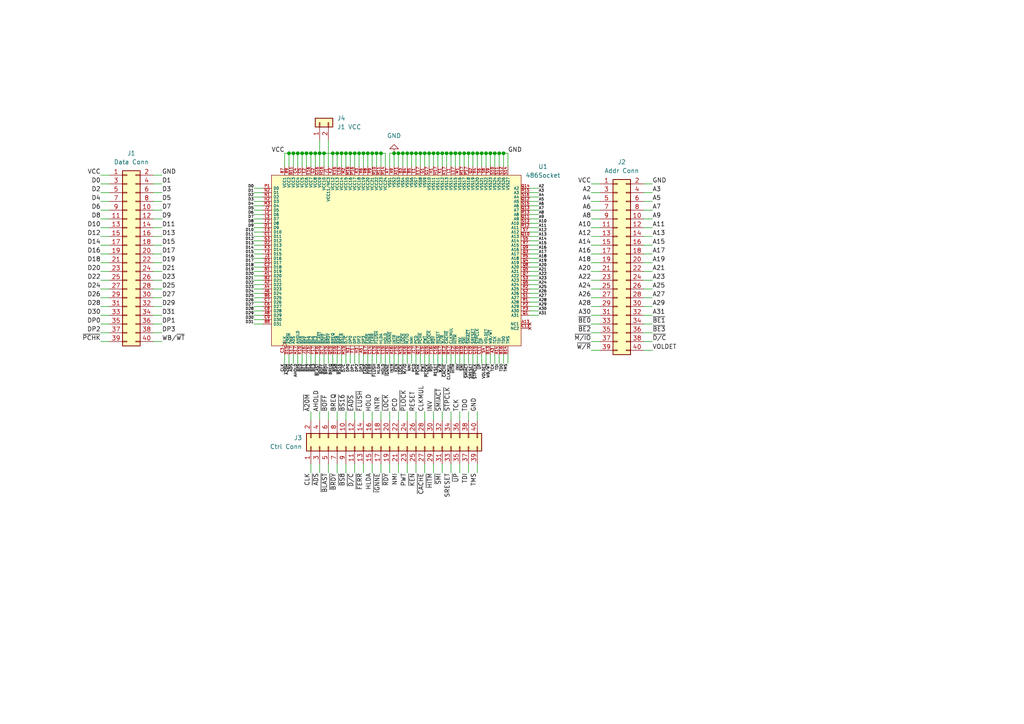
<source format=kicad_sch>
(kicad_sch (version 20230121) (generator eeschema)
  (paper "A4")
  (lib_symbols
    (symbol "486_Socket:486Socket"
      (property "Reference" "U" (at 46.99 39.37 0))
      (property "Value" "486Socket" (at 46.99 35.56 0))
      (symbol "486Socket_0_1"
        (rectangle (start 10.16 59.69) (end 82.55 10.16) (fill (type background)))
      )
      (symbol "486Socket_1_1"
        (pin bidirectional line (at 7.62 30.48 0) (length 2.54) (name "D20") (number "A1"))
        (pin input line (at 64.77 7.62 90) (length 2.54) (name "INV") (number "A10"))
        (pin power_in line (at 46.99 62.23 270) (length 2.54) (name "VSS3") (number "A11"))
        (pin output line (at 63.5 7.62 90) (length 2.54) (name "~{HITM}") (number "A12"))
        (pin no_connect line (at 85.09 16.51 180) (length 2.54) (name "NC1") (number "A13"))
        (pin input line (at 76.2 7.62 90) (length 2.54) (name "TDI") (number "A14"))
        (pin input line (at 44.45 7.62 90) (length 2.54) (name "~{IGNNE}") (number "A15"))
        (pin input line (at 45.72 7.62 90) (length 2.54) (name "INTR") (number "A16"))
        (pin input line (at 17.78 7.62 90) (length 2.54) (name "AHOLD") (number "A17"))
        (pin bidirectional line (at 7.62 27.94 0) (length 2.54) (name "D22") (number "A2"))
        (pin input line (at 74.93 7.62 90) (length 2.54) (name "TCK") (number "A3"))
        (pin bidirectional line (at 7.62 26.67 0) (length 2.54) (name "D23") (number "A4"))
        (pin bidirectional line (at 36.83 7.62 90) (length 2.54) (name "DP3") (number "A5"))
        (pin bidirectional line (at 7.62 25.4 0) (length 2.54) (name "D24") (number "A6"))
        (pin power_in line (at 44.45 62.23 270) (length 2.54) (name "VSS1") (number "A7"))
        (pin bidirectional line (at 7.62 19.05 0) (length 2.54) (name "D29") (number "A8"))
        (pin power_in line (at 45.72 62.23 270) (length 2.54) (name "VSS2") (number "A9"))
        (pin bidirectional line (at 7.62 31.75 0) (length 2.54) (name "D19") (number "B1"))
        (pin input line (at 66.04 7.62 90) (length 2.54) (name "~{SMI}") (number "B10"))
        (pin power_in line (at 16.51 62.23 270) (length 2.54) (name "VCC3") (number "B11"))
        (pin output line (at 60.96 7.62 90) (length 2.54) (name "~{CACHE}") (number "B12"))
        (pin input line (at 73.66 7.62 90) (length 2.54) (name "WB/~{WT}") (number "B13"))
        (pin input line (at 78.74 7.62 90) (length 2.54) (name "TMS") (number "B14"))
        (pin input line (at 50.8 7.62 90) (length 2.54) (name "NMI") (number "B15"))
        (pin output line (at 77.47 7.62 90) (length 2.54) (name "TDO") (number "B16"))
        (pin input line (at 38.1 7.62 90) (length 2.54) (name "~{EADS}") (number "B17"))
        (pin bidirectional line (at 7.62 29.21 0) (length 2.54) (name "D21") (number "B2"))
        (pin power_in line (at 48.26 62.23 270) (length 2.54) (name "VSS4") (number "B3"))
        (pin power_in line (at 49.53 62.23 270) (length 2.54) (name "VSS5") (number "B4"))
        (pin power_in line (at 50.8 62.23 270) (length 2.54) (name "VSS6") (number "B5"))
        (pin bidirectional line (at 7.62 24.13 0) (length 2.54) (name "D25") (number "B6"))
        (pin power_in line (at 13.97 62.23 270) (length 2.54) (name "VCC1") (number "B7"))
        (pin bidirectional line (at 7.62 16.51 0) (length 2.54) (name "D31") (number "B8"))
        (pin power_in line (at 15.24 62.23 270) (length 2.54) (name "VCC2") (number "B9"))
        (pin bidirectional line (at 7.62 41.91 0) (length 2.54) (name "D11") (number "C1"))
        (pin input line (at 68.58 7.62 90) (length 2.54) (name "SRESET") (number "C10"))
        (pin input line (at 71.12 7.62 90) (length 2.54) (name "~{UP}") (number "C11"))
        (pin output line (at 67.31 7.62 90) (length 2.54) (name "~{SMIACT}") (number "C12"))
        (pin no_connect line (at 85.09 15.24 180) (length 2.54) (name "NC2") (number "C13"))
        (pin output line (at 39.37 7.62 90) (length 2.54) (name "~{FERR}") (number "C14"))
        (pin input line (at 40.64 7.62 90) (length 2.54) (name "~{FLUSH}") (number "C15"))
        (pin input line (at 58.42 7.62 90) (length 2.54) (name "RESET") (number "C16"))
        (pin input line (at 30.48 7.62 90) (length 2.54) (name "~{BS16}") (number "C17"))
        (pin bidirectional line (at 7.62 33.02 0) (length 2.54) (name "D18") (number "C2"))
        (pin input clock (at 13.97 7.62 90) (length 2.54) (name "CLK") (number "C3"))
        (pin power_in line (at 17.78 62.23 270) (length 2.54) (name "VCC4") (number "C4"))
        (pin power_in line (at 19.05 62.23 270) (length 2.54) (name "VCC5") (number "C5"))
        (pin bidirectional line (at 7.62 21.59 0) (length 2.54) (name "D27") (number "C6"))
        (pin bidirectional line (at 7.62 22.86 0) (length 2.54) (name "D26") (number "C7"))
        (pin bidirectional line (at 7.62 20.32 0) (length 2.54) (name "D28") (number "C8"))
        (pin bidirectional line (at 7.62 17.78 0) (length 2.54) (name "D30") (number "C9"))
        (pin bidirectional line (at 7.62 44.45 0) (length 2.54) (name "D9") (number "D1"))
        (pin input line (at 15.24 7.62 90) (length 2.54) (name "~{A20M}") (number "D15"))
        (pin input line (at 29.21 7.62 90) (length 2.54) (name "~{BS8}") (number "D16"))
        (pin input line (at 25.4 7.62 90) (length 2.54) (name "~{BOFF}") (number "D17"))
        (pin bidirectional line (at 7.62 39.37 0) (length 2.54) (name "D13") (number "D2"))
        (pin bidirectional line (at 7.62 34.29 0) (length 2.54) (name "D17") (number "D3"))
        (pin power_in line (at 52.07 62.23 270) (length 2.54) (name "VSS7") (number "E1"))
        (pin input line (at 43.18 7.62 90) (length 2.54) (name "HOLD") (number "E15"))
        (pin power_in line (at 21.59 62.23 270) (length 2.54) (name "VCC7") (number "E16"))
        (pin power_in line (at 53.34 62.23 270) (length 2.54) (name "VSS8") (number "E17"))
        (pin power_in line (at 20.32 62.23 270) (length 2.54) (name "VCC6") (number "E2"))
        (pin bidirectional line (at 7.62 43.18 0) (length 2.54) (name "D10") (number "E3"))
        (pin bidirectional line (at 34.29 7.62 90) (length 2.54) (name "DP1") (number "F1"))
        (pin input line (at 46.99 7.62 90) (length 2.54) (name "~{KEN}") (number "F15"))
        (pin input line (at 57.15 7.62 90) (length 2.54) (name "~{RDY}") (number "F16"))
        (pin output line (at 22.86 7.62 90) (length 2.54) (name "~{BE3}") (number "F17"))
        (pin bidirectional line (at 7.62 45.72 0) (length 2.54) (name "D8") (number "F2"))
        (pin bidirectional line (at 7.62 36.83 0) (length 2.54) (name "D15") (number "F3"))
        (pin power_in line (at 54.61 62.23 270) (length 2.54) (name "VSS9") (number "G1"))
        (pin input line (at 69.85 7.62 90) (length 2.54) (name "~{STPCLK}") (number "G15"))
        (pin power_in line (at 24.13 62.23 270) (length 2.54) (name "VCC9") (number "G16"))
        (pin power_in line (at 55.88 62.23 270) (length 2.54) (name "VSS10") (number "G17"))
        (pin power_in line (at 22.86 62.23 270) (length 2.54) (name "VCC8") (number "G2"))
        (pin bidirectional line (at 7.62 40.64 0) (length 2.54) (name "D12") (number "G3"))
        (pin power_in line (at 57.15 62.23 270) (length 2.54) (name "VSS11") (number "H1"))
        (pin input line (at 26.67 7.62 90) (length 2.54) (name "~{BRDY}") (number "H15"))
        (pin power_in line (at 25.4 62.23 270) (length 2.54) (name "VCC10") (number "H16"))
        (pin power_in line (at 58.42 62.23 270) (length 2.54) (name "VSS11") (number "H17"))
        (pin bidirectional line (at 7.62 52.07 0) (length 2.54) (name "D3") (number "H2"))
        (pin bidirectional line (at 35.56 7.62 90) (length 2.54) (name "DP2") (number "H3"))
        (pin power_in line (at 26.67 62.23 270) (length 2.54) (name "VCC11/NC3") (number "J1"))
        (pin output line (at 21.59 7.62 90) (length 2.54) (name "~{BE2}") (number "J15"))
        (pin output line (at 20.32 7.62 90) (length 2.54) (name "~{BE1}") (number "J16"))
        (pin output line (at 52.07 7.62 90) (length 2.54) (name "PCD") (number "J17"))
        (pin bidirectional line (at 7.62 49.53 0) (length 2.54) (name "D5") (number "J2"))
        (pin bidirectional line (at 7.62 35.56 0) (length 2.54) (name "D16") (number "J3"))
        (pin power_in line (at 59.69 62.23 270) (length 2.54) (name "VSS12") (number "K1"))
        (pin output line (at 19.05 7.62 90) (length 2.54) (name "~{BE0}") (number "K15"))
        (pin power_in line (at 29.21 62.23 270) (length 2.54) (name "VCC13") (number "K16"))
        (pin power_in line (at 60.96 62.23 270) (length 2.54) (name "VSS13") (number "K17"))
        (pin power_in line (at 27.94 62.23 270) (length 2.54) (name "VCC12") (number "K2"))
        (pin bidirectional line (at 7.62 38.1 0) (length 2.54) (name "D14") (number "K3"))
        (pin power_in line (at 62.23 62.23 270) (length 2.54) (name "VSS14") (number "L1"))
        (pin output line (at 54.61 7.62 90) (length 2.54) (name "PWT") (number "L15"))
        (pin power_in line (at 30.48 62.23 270) (length 2.54) (name "VCC14") (number "L16"))
        (pin power_in line (at 63.5 62.23 270) (length 2.54) (name "VSS15") (number "L17"))
        (pin bidirectional line (at 7.62 48.26 0) (length 2.54) (name "D6") (number "L2"))
        (pin bidirectional line (at 7.62 46.99 0) (length 2.54) (name "D7") (number "L3"))
        (pin power_in line (at 64.77 62.23 270) (length 2.54) (name "VSS16") (number "M1"))
        (pin output line (at 31.75 7.62 90) (length 2.54) (name "~{D/C}") (number "M15"))
        (pin power_in line (at 33.02 62.23 270) (length 2.54) (name "VCC16") (number "M16"))
        (pin power_in line (at 66.04 62.23 270) (length 2.54) (name "VSS17") (number "M17"))
        (pin power_in line (at 31.75 62.23 270) (length 2.54) (name "VCC15") (number "M2"))
        (pin bidirectional line (at 7.62 50.8 0) (length 2.54) (name "D4") (number "M3"))
        (pin bidirectional line (at 7.62 53.34 0) (length 2.54) (name "D2") (number "N1"))
        (pin output line (at 48.26 7.62 90) (length 2.54) (name "~{LOCK}") (number "N15"))
        (pin output line (at 49.53 7.62 90) (length 2.54) (name "~{M/IO}") (number "N16"))
        (pin output line (at 59.69 7.62 90) (length 2.54) (name "~{W/R}") (number "N17"))
        (pin bidirectional line (at 7.62 54.61 0) (length 2.54) (name "D1") (number "N2"))
        (pin bidirectional line (at 33.02 7.62 90) (length 2.54) (name "DP0") (number "N3"))
        (pin bidirectional line (at 7.62 55.88 0) (length 2.54) (name "D0") (number "P1"))
        (pin output line (at 41.91 7.62 90) (length 2.54) (name "HLDA") (number "P15"))
        (pin power_in line (at 34.29 62.23 270) (length 2.54) (name "VCC17") (number "P16"))
        (pin power_in line (at 67.31 62.23 270) (length 2.54) (name "VSS18") (number "P17"))
        (pin bidirectional line (at 85.09 21.59 180) (length 2.54) (name "A29") (number "P2"))
        (pin bidirectional line (at 85.09 20.32 180) (length 2.54) (name "A30") (number "P3"))
        (pin bidirectional line (at 85.09 19.05 180) (length 2.54) (name "A31") (number "Q1"))
        (pin bidirectional line (at 85.09 41.91 180) (length 2.54) (name "A13") (number "Q10"))
        (pin bidirectional line (at 85.09 46.99 180) (length 2.54) (name "A9") (number "Q11"))
        (pin bidirectional line (at 85.09 52.07 180) (length 2.54) (name "A5") (number "Q12"))
        (pin bidirectional line (at 85.09 49.53 180) (length 2.54) (name "A7") (number "Q13"))
        (pin output line (at 85.09 55.88 180) (length 2.54) (name "A2") (number "Q14"))
        (pin output line (at 27.94 7.62 90) (length 2.54) (name "BREQ") (number "Q15"))
        (pin output line (at 55.88 7.62 90) (length 2.54) (name "~{PLOCK}") (number "Q16"))
        (pin output line (at 53.34 7.62 90) (length 2.54) (name "~{PCHK}") (number "Q17"))
        (pin power_in line (at 68.58 62.23 270) (length 2.54) (name "VSS19") (number "Q2"))
        (pin bidirectional line (at 85.09 36.83 180) (length 2.54) (name "A17") (number "Q3"))
        (pin bidirectional line (at 85.09 34.29 180) (length 2.54) (name "A19") (number "Q4"))
        (pin bidirectional line (at 85.09 31.75 180) (length 2.54) (name "A21") (number "Q5"))
        (pin bidirectional line (at 85.09 27.94 180) (length 2.54) (name "A24") (number "Q6"))
        (pin bidirectional line (at 85.09 30.48 180) (length 2.54) (name "A22") (number "Q7"))
        (pin bidirectional line (at 85.09 33.02 180) (length 2.54) (name "A20") (number "Q8"))
        (pin bidirectional line (at 85.09 38.1 180) (length 2.54) (name "A16") (number "Q9"))
        (pin bidirectional line (at 85.09 22.86 180) (length 2.54) (name "A28") (number "R1"))
        (pin power_in line (at 40.64 62.23 270) (length 2.54) (name "VCC22") (number "R10"))
        (pin power_in line (at 41.91 62.23 270) (length 2.54) (name "VCC23") (number "R11"))
        (pin bidirectional line (at 85.09 44.45 180) (length 2.54) (name "A11") (number "R12"))
        (pin bidirectional line (at 85.09 48.26 180) (length 2.54) (name "A8") (number "R13"))
        (pin power_in line (at 43.18 62.23 270) (length 2.54) (name "VCC24") (number "R14"))
        (pin output line (at 85.09 54.61 180) (length 2.54) (name "A3") (number "R15"))
        (pin output line (at 24.13 7.62 90) (length 2.54) (name "~{BLAST}") (number "R16"))
        (pin input line (at 62.23 7.62 90) (length 2.54) (name "CLKMUL") (number "R17"))
        (pin bidirectional line (at 85.09 26.67 180) (length 2.54) (name "A25") (number "R2"))
        (pin power_in line (at 35.56 62.23 270) (length 2.54) (name "VCC18") (number "R3"))
        (pin power_in line (at 69.85 62.23 270) (length 2.54) (name "VSS20") (number "R4"))
        (pin bidirectional line (at 85.09 35.56 180) (length 2.54) (name "A18") (number "R5"))
        (pin power_in line (at 36.83 62.23 270) (length 2.54) (name "VCC19") (number "R6"))
        (pin bidirectional line (at 85.09 39.37 180) (length 2.54) (name "A15") (number "R7"))
        (pin power_in line (at 38.1 62.23 270) (length 2.54) (name "VCC20") (number "R8"))
        (pin power_in line (at 39.37 62.23 270) (length 2.54) (name "VCC21") (number "R9"))
        (pin bidirectional line (at 85.09 24.13 180) (length 2.54) (name "A27") (number "S1"))
        (pin power_in line (at 74.93 62.23 270) (length 2.54) (name "VSS24") (number "S10"))
        (pin power_in line (at 76.2 62.23 270) (length 2.54) (name "VSS25") (number "S11"))
        (pin power_in line (at 77.47 62.23 270) (length 2.54) (name "VSS26") (number "S12"))
        (pin bidirectional line (at 85.09 45.72 180) (length 2.54) (name "A10") (number "S13"))
        (pin power_in line (at 78.74 62.23 270) (length 2.54) (name "VSS27") (number "S14"))
        (pin bidirectional line (at 85.09 50.8 180) (length 2.54) (name "A6") (number "S15"))
        (pin bidirectional line (at 85.09 53.34 180) (length 2.54) (name "A4") (number "S16"))
        (pin output line (at 16.51 7.62 90) (length 2.54) (name "~{ADS}") (number "S17"))
        (pin bidirectional line (at 85.09 25.4 180) (length 2.54) (name "A26") (number "S2"))
        (pin bidirectional line (at 85.09 29.21 180) (length 2.54) (name "A23") (number "S3"))
        (pin output line (at 72.39 7.62 90) (length 2.54) (name "VOLDET") (number "S4"))
        (pin bidirectional line (at 85.09 40.64 180) (length 2.54) (name "A14") (number "S5"))
        (pin power_in line (at 71.12 62.23 270) (length 2.54) (name "VSS21") (number "S6"))
        (pin bidirectional line (at 85.09 43.18 180) (length 2.54) (name "A12") (number "S7"))
        (pin power_in line (at 72.39 62.23 270) (length 2.54) (name "VSS22") (number "S8"))
        (pin power_in line (at 73.66 62.23 270) (length 2.54) (name "VSS23") (number "S9"))
      )
    )
    (symbol "Connector_Generic:Conn_01x02" (pin_names (offset 1.016) hide)
      (property "Reference" "J" (at 0 2.54 0))
      (property "Value" "Conn_01x02" (at 0 -5.08 0))
      (symbol "Conn_01x02_1_1"
        (rectangle (start -1.27 -2.413) (end 0 -2.667) (stroke (width 0.1524)))
        (rectangle (start -1.27 0.127) (end 0 -0.127) (stroke (width 0.1524)))
        (rectangle (start -1.27 1.27) (end 1.27 -3.81) (stroke (width 0.254)) (fill (type background)))
        (pin passive line (at -5.08 0 0) (length 3.81) (name "Pin_1") (number "1"))
        (pin passive line (at -5.08 -2.54 0) (length 3.81) (name "Pin_2") (number "2"))
      )
    )
    (symbol "Connector_Generic:Conn_02x20_Odd_Even" (pin_names (offset 1.016) hide)
      (property "Reference" "J" (at 1.27 25.4 0))
      (property "Value" "Conn_02x20_Odd_Even" (at 1.27 -27.94 0))
      (symbol "Conn_02x20_Odd_Even_1_1"
        (rectangle (start -1.27 -25.273) (end 0 -25.527) (stroke (width 0.1524)))
        (rectangle (start -1.27 -22.733) (end 0 -22.987) (stroke (width 0.1524)))
        (rectangle (start -1.27 -20.193) (end 0 -20.447) (stroke (width 0.1524)))
        (rectangle (start -1.27 -17.653) (end 0 -17.907) (stroke (width 0.1524)))
        (rectangle (start -1.27 -15.113) (end 0 -15.367) (stroke (width 0.1524)))
        (rectangle (start -1.27 -12.573) (end 0 -12.827) (stroke (width 0.1524)))
        (rectangle (start -1.27 -10.033) (end 0 -10.287) (stroke (width 0.1524)))
        (rectangle (start -1.27 -7.493) (end 0 -7.747) (stroke (width 0.1524)))
        (rectangle (start -1.27 -4.953) (end 0 -5.207) (stroke (width 0.1524)))
        (rectangle (start -1.27 -2.413) (end 0 -2.667) (stroke (width 0.1524)))
        (rectangle (start -1.27 0.127) (end 0 -0.127) (stroke (width 0.1524)))
        (rectangle (start -1.27 2.667) (end 0 2.413) (stroke (width 0.1524)))
        (rectangle (start -1.27 5.207) (end 0 4.953) (stroke (width 0.1524)))
        (rectangle (start -1.27 7.747) (end 0 7.493) (stroke (width 0.1524)))
        (rectangle (start -1.27 10.287) (end 0 10.033) (stroke (width 0.1524)))
        (rectangle (start -1.27 12.827) (end 0 12.573) (stroke (width 0.1524)))
        (rectangle (start -1.27 15.367) (end 0 15.113) (stroke (width 0.1524)))
        (rectangle (start -1.27 17.907) (end 0 17.653) (stroke (width 0.1524)))
        (rectangle (start -1.27 20.447) (end 0 20.193) (stroke (width 0.1524)))
        (rectangle (start -1.27 22.987) (end 0 22.733) (stroke (width 0.1524)))
        (rectangle (start -1.27 24.13) (end 3.81 -26.67) (stroke (width 0.254)) (fill (type background)))
        (rectangle (start 3.81 -25.273) (end 2.54 -25.527) (stroke (width 0.1524)))
        (rectangle (start 3.81 -22.733) (end 2.54 -22.987) (stroke (width 0.1524)))
        (rectangle (start 3.81 -20.193) (end 2.54 -20.447) (stroke (width 0.1524)))
        (rectangle (start 3.81 -17.653) (end 2.54 -17.907) (stroke (width 0.1524)))
        (rectangle (start 3.81 -15.113) (end 2.54 -15.367) (stroke (width 0.1524)))
        (rectangle (start 3.81 -12.573) (end 2.54 -12.827) (stroke (width 0.1524)))
        (rectangle (start 3.81 -10.033) (end 2.54 -10.287) (stroke (width 0.1524)))
        (rectangle (start 3.81 -7.493) (end 2.54 -7.747) (stroke (width 0.1524)))
        (rectangle (start 3.81 -4.953) (end 2.54 -5.207) (stroke (width 0.1524)))
        (rectangle (start 3.81 -2.413) (end 2.54 -2.667) (stroke (width 0.1524)))
        (rectangle (start 3.81 0.127) (end 2.54 -0.127) (stroke (width 0.1524)))
        (rectangle (start 3.81 2.667) (end 2.54 2.413) (stroke (width 0.1524)))
        (rectangle (start 3.81 5.207) (end 2.54 4.953) (stroke (width 0.1524)))
        (rectangle (start 3.81 7.747) (end 2.54 7.493) (stroke (width 0.1524)))
        (rectangle (start 3.81 10.287) (end 2.54 10.033) (stroke (width 0.1524)))
        (rectangle (start 3.81 12.827) (end 2.54 12.573) (stroke (width 0.1524)))
        (rectangle (start 3.81 15.367) (end 2.54 15.113) (stroke (width 0.1524)))
        (rectangle (start 3.81 17.907) (end 2.54 17.653) (stroke (width 0.1524)))
        (rectangle (start 3.81 20.447) (end 2.54 20.193) (stroke (width 0.1524)))
        (rectangle (start 3.81 22.987) (end 2.54 22.733) (stroke (width 0.1524)))
        (pin passive line (at -5.08 22.86 0) (length 3.81) (name "Pin_1") (number "1"))
        (pin passive line (at 7.62 12.7 180) (length 3.81) (name "Pin_10") (number "10"))
        (pin passive line (at -5.08 10.16 0) (length 3.81) (name "Pin_11") (number "11"))
        (pin passive line (at 7.62 10.16 180) (length 3.81) (name "Pin_12") (number "12"))
        (pin passive line (at -5.08 7.62 0) (length 3.81) (name "Pin_13") (number "13"))
        (pin passive line (at 7.62 7.62 180) (length 3.81) (name "Pin_14") (number "14"))
        (pin passive line (at -5.08 5.08 0) (length 3.81) (name "Pin_15") (number "15"))
        (pin passive line (at 7.62 5.08 180) (length 3.81) (name "Pin_16") (number "16"))
        (pin passive line (at -5.08 2.54 0) (length 3.81) (name "Pin_17") (number "17"))
        (pin passive line (at 7.62 2.54 180) (length 3.81) (name "Pin_18") (number "18"))
        (pin passive line (at -5.08 0 0) (length 3.81) (name "Pin_19") (number "19"))
        (pin passive line (at 7.62 22.86 180) (length 3.81) (name "Pin_2") (number "2"))
        (pin passive line (at 7.62 0 180) (length 3.81) (name "Pin_20") (number "20"))
        (pin passive line (at -5.08 -2.54 0) (length 3.81) (name "Pin_21") (number "21"))
        (pin passive line (at 7.62 -2.54 180) (length 3.81) (name "Pin_22") (number "22"))
        (pin passive line (at -5.08 -5.08 0) (length 3.81) (name "Pin_23") (number "23"))
        (pin passive line (at 7.62 -5.08 180) (length 3.81) (name "Pin_24") (number "24"))
        (pin passive line (at -5.08 -7.62 0) (length 3.81) (name "Pin_25") (number "25"))
        (pin passive line (at 7.62 -7.62 180) (length 3.81) (name "Pin_26") (number "26"))
        (pin passive line (at -5.08 -10.16 0) (length 3.81) (name "Pin_27") (number "27"))
        (pin passive line (at 7.62 -10.16 180) (length 3.81) (name "Pin_28") (number "28"))
        (pin passive line (at -5.08 -12.7 0) (length 3.81) (name "Pin_29") (number "29"))
        (pin passive line (at -5.08 20.32 0) (length 3.81) (name "Pin_3") (number "3"))
        (pin passive line (at 7.62 -12.7 180) (length 3.81) (name "Pin_30") (number "30"))
        (pin passive line (at -5.08 -15.24 0) (length 3.81) (name "Pin_31") (number "31"))
        (pin passive line (at 7.62 -15.24 180) (length 3.81) (name "Pin_32") (number "32"))
        (pin passive line (at -5.08 -17.78 0) (length 3.81) (name "Pin_33") (number "33"))
        (pin passive line (at 7.62 -17.78 180) (length 3.81) (name "Pin_34") (number "34"))
        (pin passive line (at -5.08 -20.32 0) (length 3.81) (name "Pin_35") (number "35"))
        (pin passive line (at 7.62 -20.32 180) (length 3.81) (name "Pin_36") (number "36"))
        (pin passive line (at -5.08 -22.86 0) (length 3.81) (name "Pin_37") (number "37"))
        (pin passive line (at 7.62 -22.86 180) (length 3.81) (name "Pin_38") (number "38"))
        (pin passive line (at -5.08 -25.4 0) (length 3.81) (name "Pin_39") (number "39"))
        (pin passive line (at 7.62 20.32 180) (length 3.81) (name "Pin_4") (number "4"))
        (pin passive line (at 7.62 -25.4 180) (length 3.81) (name "Pin_40") (number "40"))
        (pin passive line (at -5.08 17.78 0) (length 3.81) (name "Pin_5") (number "5"))
        (pin passive line (at 7.62 17.78 180) (length 3.81) (name "Pin_6") (number "6"))
        (pin passive line (at -5.08 15.24 0) (length 3.81) (name "Pin_7") (number "7"))
        (pin passive line (at 7.62 15.24 180) (length 3.81) (name "Pin_8") (number "8"))
        (pin passive line (at -5.08 12.7 0) (length 3.81) (name "Pin_9") (number "9"))
      )
    )
    (symbol "power:GND" (power) (pin_names (offset 0))
      (property "Value" "GND" (at 0 -3.81 0))
      (symbol "GND_0_1"
        (polyline (pts (xy 0 0) (xy 0 -1.27) (xy 1.27 -1.27) (xy 0 -2.54) (xy -1.27 -1.27) (xy 0 -1.27)))
      )
      (symbol "GND_1_1"
        (pin power_in line (at 0 0 270) (length 0) hide (name "GND") (number "1"))
      )
    )
  )
  (junction (at 139.7 44.45))
  (junction (at 125.73 44.45))
  (junction (at 102.87 44.45))
  (junction (at 100.33 44.45))
  (junction (at 124.46 44.45))
  (junction (at 90.17 44.45))
  (junction (at 106.68 44.45))
  (junction (at 127 44.45))
  (junction (at 134.62 44.45))
  (junction (at 132.08 44.45))
  (junction (at 93.98 44.45))
  (junction (at 92.71 44.45))
  (junction (at 128.27 44.45))
  (junction (at 86.36 44.45))
  (junction (at 87.63 44.45))
  (junction (at 119.38 44.45))
  (junction (at 110.49 44.45))
  (junction (at 144.78 44.45))
  (junction (at 138.43 44.45))
  (junction (at 114.3 44.45))
  (junction (at 101.6 44.45))
  (junction (at 133.35 44.45))
  (junction (at 129.54 44.45))
  (junction (at 83.82 44.45))
  (junction (at 85.09 44.45))
  (junction (at 91.44 44.45))
  (junction (at 105.41 44.45))
  (junction (at 135.89 44.45))
  (junction (at 140.97 44.45))
  (junction (at 99.06 44.45))
  (junction (at 96.52 44.45))
  (junction (at 130.81 44.45))
  (junction (at 142.24 44.45))
  (junction (at 143.51 44.45))
  (junction (at 115.57 44.45))
  (junction (at 146.05 44.45))
  (junction (at 107.95 44.45))
  (junction (at 121.92 44.45))
  (junction (at 104.14 44.45))
  (junction (at 109.22 44.45))
  (junction (at 118.11 44.45))
  (junction (at 120.65 44.45))
  (junction (at 97.79 44.45))
  (junction (at 123.19 44.45))
  (junction (at 137.16 44.45))
  (junction (at 88.9 44.45))
  (junction (at 116.84 44.45))
  (wire (pts (xy 104.14 105.41) (xy 104.14 102.87)))
  (wire (pts (xy 102.87 44.45) (xy 104.14 44.45)))
  (wire (pts (xy 73.66 57.15) (xy 76.2 57.15)))
  (wire (pts (xy 29.21 50.8) (xy 31.75 50.8)))
  (wire (pts (xy 73.66 55.88) (xy 76.2 55.88)))
  (wire (pts (xy 46.99 93.98) (xy 44.45 93.98)))
  (wire (pts (xy 96.52 105.41) (xy 96.52 102.87)))
  (wire (pts (xy 127 105.41) (xy 127 102.87)))
  (wire (pts (xy 171.45 73.66) (xy 173.99 73.66)))
  (wire (pts (xy 156.21 69.85) (xy 153.67 69.85)))
  (wire (pts (xy 189.23 83.82) (xy 186.69 83.82)))
  (wire (pts (xy 105.41 44.45) (xy 105.41 48.26)))
  (wire (pts (xy 101.6 105.41) (xy 101.6 102.87)))
  (wire (pts (xy 133.35 44.45) (xy 133.35 48.26)))
  (wire (pts (xy 73.66 72.39) (xy 76.2 72.39)))
  (wire (pts (xy 171.45 93.98) (xy 173.99 93.98)))
  (wire (pts (xy 189.23 88.9) (xy 186.69 88.9)))
  (wire (pts (xy 123.19 44.45) (xy 124.46 44.45)))
  (wire (pts (xy 189.23 55.88) (xy 186.69 55.88)))
  (wire (pts (xy 138.43 44.45) (xy 138.43 48.26)))
  (wire (pts (xy 111.76 44.45) (xy 111.76 48.26)))
  (wire (pts (xy 156.21 87.63) (xy 153.67 87.63)))
  (wire (pts (xy 102.87 137.16) (xy 102.87 134.62)))
  (wire (pts (xy 189.23 93.98) (xy 186.69 93.98)))
  (wire (pts (xy 144.78 105.41) (xy 144.78 102.87)))
  (wire (pts (xy 125.73 137.16) (xy 125.73 134.62)))
  (wire (pts (xy 118.11 105.41) (xy 118.11 102.87)))
  (wire (pts (xy 121.92 44.45) (xy 121.92 48.26)))
  (wire (pts (xy 99.06 44.45) (xy 99.06 48.26)))
  (wire (pts (xy 73.66 85.09) (xy 76.2 85.09)))
  (wire (pts (xy 120.65 105.41) (xy 120.65 102.87)))
  (wire (pts (xy 130.81 137.16) (xy 130.81 134.62)))
  (wire (pts (xy 156.21 88.9) (xy 153.67 88.9)))
  (wire (pts (xy 189.23 71.12) (xy 186.69 71.12)))
  (wire (pts (xy 156.21 72.39) (xy 153.67 72.39)))
  (wire (pts (xy 46.99 50.8) (xy 44.45 50.8)))
  (wire (pts (xy 156.21 83.82) (xy 153.67 83.82)))
  (wire (pts (xy 86.36 105.41) (xy 86.36 102.87)))
  (wire (pts (xy 73.66 77.47) (xy 76.2 77.47)))
  (wire (pts (xy 96.52 44.45) (xy 97.79 44.45)))
  (wire (pts (xy 73.66 91.44) (xy 76.2 91.44)))
  (wire (pts (xy 104.14 44.45) (xy 105.41 44.45)))
  (wire (pts (xy 116.84 44.45) (xy 116.84 48.26)))
  (wire (pts (xy 29.21 76.2) (xy 31.75 76.2)))
  (wire (pts (xy 97.79 137.16) (xy 97.79 134.62)))
  (wire (pts (xy 114.3 105.41) (xy 114.3 102.87)))
  (wire (pts (xy 118.11 44.45) (xy 119.38 44.45)))
  (wire (pts (xy 100.33 44.45) (xy 100.33 48.26)))
  (wire (pts (xy 143.51 105.41) (xy 143.51 102.87)))
  (wire (pts (xy 171.45 66.04) (xy 173.99 66.04)))
  (wire (pts (xy 139.7 105.41) (xy 139.7 102.87)))
  (wire (pts (xy 97.79 119.38) (xy 97.79 121.92)))
  (wire (pts (xy 46.99 91.44) (xy 44.45 91.44)))
  (wire (pts (xy 156.21 73.66) (xy 153.67 73.66)))
  (wire (pts (xy 135.89 137.16) (xy 135.89 134.62)))
  (wire (pts (xy 156.21 77.47) (xy 153.67 77.47)))
  (wire (pts (xy 189.23 91.44) (xy 186.69 91.44)))
  (wire (pts (xy 46.99 88.9) (xy 44.45 88.9)))
  (wire (pts (xy 110.49 119.38) (xy 110.49 121.92)))
  (wire (pts (xy 189.23 81.28) (xy 186.69 81.28)))
  (wire (pts (xy 116.84 44.45) (xy 118.11 44.45)))
  (wire (pts (xy 125.73 44.45) (xy 127 44.45)))
  (wire (pts (xy 133.35 105.41) (xy 133.35 102.87)))
  (wire (pts (xy 109.22 44.45) (xy 110.49 44.45)))
  (wire (pts (xy 86.36 44.45) (xy 87.63 44.45)))
  (wire (pts (xy 73.66 68.58) (xy 76.2 68.58)))
  (wire (pts (xy 73.66 86.36) (xy 76.2 86.36)))
  (wire (pts (xy 118.11 137.16) (xy 118.11 134.62)))
  (wire (pts (xy 91.44 105.41) (xy 91.44 102.87)))
  (wire (pts (xy 85.09 105.41) (xy 85.09 102.87)))
  (wire (pts (xy 123.19 105.41) (xy 123.19 102.87)))
  (wire (pts (xy 93.98 44.45) (xy 96.52 44.45)))
  (wire (pts (xy 83.82 44.45) (xy 83.82 48.26)))
  (wire (pts (xy 123.19 137.16) (xy 123.19 134.62)))
  (wire (pts (xy 189.23 53.34) (xy 186.69 53.34)))
  (wire (pts (xy 124.46 105.41) (xy 124.46 102.87)))
  (wire (pts (xy 171.45 81.28) (xy 173.99 81.28)))
  (wire (pts (xy 90.17 44.45) (xy 90.17 48.26)))
  (wire (pts (xy 142.24 44.45) (xy 142.24 48.26)))
  (wire (pts (xy 29.21 60.96) (xy 31.75 60.96)))
  (wire (pts (xy 156.21 85.09) (xy 153.67 85.09)))
  (wire (pts (xy 156.21 80.01) (xy 153.67 80.01)))
  (wire (pts (xy 135.89 44.45) (xy 135.89 48.26)))
  (wire (pts (xy 119.38 44.45) (xy 120.65 44.45)))
  (wire (pts (xy 135.89 105.41) (xy 135.89 102.87)))
  (wire (pts (xy 134.62 44.45) (xy 135.89 44.45)))
  (wire (pts (xy 46.99 60.96) (xy 44.45 60.96)))
  (wire (pts (xy 171.45 78.74) (xy 173.99 78.74)))
  (wire (pts (xy 124.46 44.45) (xy 125.73 44.45)))
  (wire (pts (xy 46.99 73.66) (xy 44.45 73.66)))
  (wire (pts (xy 156.21 62.23) (xy 153.67 62.23)))
  (wire (pts (xy 137.16 44.45) (xy 137.16 48.26)))
  (wire (pts (xy 107.95 119.38) (xy 107.95 121.92)))
  (wire (pts (xy 46.99 55.88) (xy 44.45 55.88)))
  (wire (pts (xy 73.66 60.96) (xy 76.2 60.96)))
  (wire (pts (xy 128.27 105.41) (xy 128.27 102.87)))
  (wire (pts (xy 189.23 99.06) (xy 186.69 99.06)))
  (wire (pts (xy 130.81 119.38) (xy 130.81 121.92)))
  (wire (pts (xy 29.21 66.04) (xy 31.75 66.04)))
  (wire (pts (xy 189.23 78.74) (xy 186.69 78.74)))
  (wire (pts (xy 123.19 119.38) (xy 123.19 121.92)))
  (wire (pts (xy 93.98 105.41) (xy 93.98 102.87)))
  (wire (pts (xy 96.52 44.45) (xy 96.52 48.26)))
  (wire (pts (xy 29.21 68.58) (xy 31.75 68.58)))
  (wire (pts (xy 146.05 44.45) (xy 146.05 48.26)))
  (wire (pts (xy 118.11 44.45) (xy 118.11 48.26)))
  (wire (pts (xy 111.76 105.41) (xy 111.76 102.87)))
  (wire (pts (xy 118.11 119.38) (xy 118.11 121.92)))
  (wire (pts (xy 156.21 64.77) (xy 153.67 64.77)))
  (wire (pts (xy 46.99 66.04) (xy 44.45 66.04)))
  (wire (pts (xy 171.45 58.42) (xy 173.99 58.42)))
  (wire (pts (xy 100.33 44.45) (xy 101.6 44.45)))
  (wire (pts (xy 92.71 40.64) (xy 92.71 44.45)))
  (wire (pts (xy 87.63 105.41) (xy 87.63 102.87)))
  (wire (pts (xy 138.43 137.16) (xy 138.43 134.62)))
  (wire (pts (xy 134.62 44.45) (xy 134.62 48.26)))
  (wire (pts (xy 125.73 44.45) (xy 125.73 48.26)))
  (wire (pts (xy 88.9 44.45) (xy 88.9 48.26)))
  (wire (pts (xy 156.21 74.93) (xy 153.67 74.93)))
  (wire (pts (xy 73.66 93.98) (xy 76.2 93.98)))
  (wire (pts (xy 73.66 78.74) (xy 76.2 78.74)))
  (wire (pts (xy 133.35 44.45) (xy 134.62 44.45)))
  (wire (pts (xy 171.45 76.2) (xy 173.99 76.2)))
  (wire (pts (xy 156.21 90.17) (xy 153.67 90.17)))
  (wire (pts (xy 46.99 63.5) (xy 44.45 63.5)))
  (wire (pts (xy 110.49 105.41) (xy 110.49 102.87)))
  (wire (pts (xy 132.08 44.45) (xy 132.08 48.26)))
  (wire (pts (xy 140.97 105.41) (xy 140.97 102.87)))
  (wire (pts (xy 130.81 105.41) (xy 130.81 102.87)))
  (wire (pts (xy 156.21 54.61) (xy 153.67 54.61)))
  (wire (pts (xy 88.9 44.45) (xy 90.17 44.45)))
  (wire (pts (xy 189.23 68.58) (xy 186.69 68.58)))
  (wire (pts (xy 90.17 137.16) (xy 90.17 134.62)))
  (wire (pts (xy 189.23 58.42) (xy 186.69 58.42)))
  (wire (pts (xy 113.03 137.16) (xy 113.03 134.62)))
  (wire (pts (xy 46.99 53.34) (xy 44.45 53.34)))
  (wire (pts (xy 171.45 60.96) (xy 173.99 60.96)))
  (wire (pts (xy 171.45 101.6) (xy 173.99 101.6)))
  (wire (pts (xy 130.81 44.45) (xy 132.08 44.45)))
  (wire (pts (xy 130.81 44.45) (xy 130.81 48.26)))
  (wire (pts (xy 102.87 44.45) (xy 102.87 48.26)))
  (wire (pts (xy 171.45 63.5) (xy 173.99 63.5)))
  (wire (pts (xy 91.44 44.45) (xy 92.71 44.45)))
  (wire (pts (xy 73.66 66.04) (xy 76.2 66.04)))
  (wire (pts (xy 147.32 44.45) (xy 147.32 48.26)))
  (wire (pts (xy 156.21 58.42) (xy 153.67 58.42)))
  (wire (pts (xy 156.21 55.88) (xy 153.67 55.88)))
  (wire (pts (xy 125.73 105.41) (xy 125.73 102.87)))
  (wire (pts (xy 110.49 44.45) (xy 111.76 44.45)))
  (wire (pts (xy 95.25 137.16) (xy 95.25 134.62)))
  (wire (pts (xy 125.73 119.38) (xy 125.73 121.92)))
  (wire (pts (xy 135.89 44.45) (xy 137.16 44.45)))
  (wire (pts (xy 189.23 63.5) (xy 186.69 63.5)))
  (wire (pts (xy 129.54 44.45) (xy 130.81 44.45)))
  (wire (pts (xy 105.41 44.45) (xy 106.68 44.45)))
  (wire (pts (xy 100.33 105.41) (xy 100.33 102.87)))
  (wire (pts (xy 133.35 137.16) (xy 133.35 134.62)))
  (wire (pts (xy 105.41 137.16) (xy 105.41 134.62)))
  (wire (pts (xy 73.66 81.28) (xy 76.2 81.28)))
  (wire (pts (xy 73.66 67.31) (xy 76.2 67.31)))
  (wire (pts (xy 171.45 55.88) (xy 173.99 55.88)))
  (wire (pts (xy 156.21 81.28) (xy 153.67 81.28)))
  (wire (pts (xy 88.9 105.41) (xy 88.9 102.87)))
  (wire (pts (xy 97.79 44.45) (xy 97.79 48.26)))
  (wire (pts (xy 171.45 53.34) (xy 173.99 53.34)))
  (wire (pts (xy 156.21 66.04) (xy 153.67 66.04)))
  (wire (pts (xy 73.66 69.85) (xy 76.2 69.85)))
  (wire (pts (xy 156.21 59.69) (xy 153.67 59.69)))
  (wire (pts (xy 90.17 119.38) (xy 90.17 121.92)))
  (wire (pts (xy 189.23 76.2) (xy 186.69 76.2)))
  (wire (pts (xy 82.55 48.26) (xy 82.55 44.45)))
  (wire (pts (xy 46.99 58.42) (xy 44.45 58.42)))
  (wire (pts (xy 119.38 44.45) (xy 119.38 48.26)))
  (wire (pts (xy 73.66 90.17) (xy 76.2 90.17)))
  (wire (pts (xy 113.03 119.38) (xy 113.03 121.92)))
  (wire (pts (xy 104.14 44.45) (xy 104.14 48.26)))
  (wire (pts (xy 133.35 119.38) (xy 133.35 121.92)))
  (wire (pts (xy 106.68 105.41) (xy 106.68 102.87)))
  (wire (pts (xy 171.45 99.06) (xy 173.99 99.06)))
  (wire (pts (xy 92.71 44.45) (xy 93.98 44.45)))
  (wire (pts (xy 128.27 44.45) (xy 129.54 44.45)))
  (wire (pts (xy 29.21 96.52) (xy 31.75 96.52)))
  (wire (pts (xy 132.08 105.41) (xy 132.08 102.87)))
  (wire (pts (xy 109.22 105.41) (xy 109.22 102.87)))
  (wire (pts (xy 123.19 44.45) (xy 123.19 48.26)))
  (wire (pts (xy 97.79 105.41) (xy 97.79 102.87)))
  (wire (pts (xy 107.95 105.41) (xy 107.95 102.87)))
  (wire (pts (xy 109.22 44.45) (xy 109.22 48.26)))
  (wire (pts (xy 110.49 44.45) (xy 110.49 48.26)))
  (wire (pts (xy 93.98 44.45) (xy 93.98 48.26)))
  (wire (pts (xy 87.63 44.45) (xy 88.9 44.45)))
  (wire (pts (xy 73.66 83.82) (xy 76.2 83.82)))
  (wire (pts (xy 143.51 44.45) (xy 143.51 48.26)))
  (wire (pts (xy 142.24 105.41) (xy 142.24 102.87)))
  (wire (pts (xy 102.87 119.38) (xy 102.87 121.92)))
  (wire (pts (xy 29.21 93.98) (xy 31.75 93.98)))
  (wire (pts (xy 115.57 137.16) (xy 115.57 134.62)))
  (wire (pts (xy 29.21 86.36) (xy 31.75 86.36)))
  (wire (pts (xy 46.99 81.28) (xy 44.45 81.28)))
  (wire (pts (xy 91.44 44.45) (xy 91.44 48.26)))
  (wire (pts (xy 86.36 44.45) (xy 86.36 48.26)))
  (wire (pts (xy 73.66 92.71) (xy 76.2 92.71)))
  (wire (pts (xy 73.66 58.42) (xy 76.2 58.42)))
  (wire (pts (xy 156.21 63.5) (xy 153.67 63.5)))
  (wire (pts (xy 146.05 44.45) (xy 147.32 44.45)))
  (wire (pts (xy 29.21 83.82) (xy 31.75 83.82)))
  (wire (pts (xy 100.33 119.38) (xy 100.33 121.92)))
  (wire (pts (xy 137.16 44.45) (xy 138.43 44.45)))
  (wire (pts (xy 87.63 44.45) (xy 87.63 48.26)))
  (wire (pts (xy 90.17 105.41) (xy 90.17 102.87)))
  (wire (pts (xy 119.38 105.41) (xy 119.38 102.87)))
  (wire (pts (xy 73.66 73.66) (xy 76.2 73.66)))
  (wire (pts (xy 29.21 99.06) (xy 31.75 99.06)))
  (wire (pts (xy 128.27 44.45) (xy 128.27 48.26)))
  (wire (pts (xy 29.21 88.9) (xy 31.75 88.9)))
  (wire (pts (xy 82.55 105.41) (xy 82.55 102.87)))
  (wire (pts (xy 189.23 96.52) (xy 186.69 96.52)))
  (wire (pts (xy 156.21 82.55) (xy 153.67 82.55)))
  (wire (pts (xy 92.71 44.45) (xy 92.71 48.26)))
  (wire (pts (xy 142.24 44.45) (xy 143.51 44.45)))
  (wire (pts (xy 135.89 119.38) (xy 135.89 121.92)))
  (wire (pts (xy 156.21 57.15) (xy 153.67 57.15)))
  (wire (pts (xy 189.23 101.6) (xy 186.69 101.6)))
  (wire (pts (xy 102.87 105.41) (xy 102.87 102.87)))
  (wire (pts (xy 171.45 96.52) (xy 173.99 96.52)))
  (wire (pts (xy 139.7 44.45) (xy 139.7 48.26)))
  (wire (pts (xy 46.99 68.58) (xy 44.45 68.58)))
  (wire (pts (xy 115.57 44.45) (xy 116.84 44.45)))
  (wire (pts (xy 146.05 105.41) (xy 146.05 102.87)))
  (wire (pts (xy 127 44.45) (xy 127 48.26)))
  (wire (pts (xy 115.57 119.38) (xy 115.57 121.92)))
  (wire (pts (xy 29.21 71.12) (xy 31.75 71.12)))
  (wire (pts (xy 171.45 71.12) (xy 173.99 71.12)))
  (wire (pts (xy 107.95 44.45) (xy 107.95 48.26)))
  (wire (pts (xy 46.99 99.06) (xy 44.45 99.06)))
  (wire (pts (xy 171.45 68.58) (xy 173.99 68.58)))
  (wire (pts (xy 107.95 44.45) (xy 109.22 44.45)))
  (wire (pts (xy 100.33 137.16) (xy 100.33 134.62)))
  (wire (pts (xy 46.99 96.52) (xy 44.45 96.52)))
  (wire (pts (xy 120.65 44.45) (xy 121.92 44.45)))
  (wire (pts (xy 73.66 80.01) (xy 76.2 80.01)))
  (wire (pts (xy 95.25 105.41) (xy 95.25 102.87)))
  (wire (pts (xy 97.79 44.45) (xy 99.06 44.45)))
  (wire (pts (xy 105.41 105.41) (xy 105.41 102.87)))
  (wire (pts (xy 156.21 91.44) (xy 153.67 91.44)))
  (wire (pts (xy 120.65 137.16) (xy 120.65 134.62)))
  (wire (pts (xy 134.62 105.41) (xy 134.62 102.87)))
  (wire (pts (xy 156.21 78.74) (xy 153.67 78.74)))
  (wire (pts (xy 101.6 44.45) (xy 102.87 44.45)))
  (wire (pts (xy 99.06 105.41) (xy 99.06 102.87)))
  (wire (pts (xy 46.99 83.82) (xy 44.45 83.82)))
  (wire (pts (xy 73.66 64.77) (xy 76.2 64.77)))
  (wire (pts (xy 46.99 86.36) (xy 44.45 86.36)))
  (wire (pts (xy 73.66 71.12) (xy 76.2 71.12)))
  (wire (pts (xy 73.66 59.69) (xy 76.2 59.69)))
  (wire (pts (xy 95.25 119.38) (xy 95.25 121.92)))
  (wire (pts (xy 132.08 44.45) (xy 133.35 44.45)))
  (wire (pts (xy 128.27 119.38) (xy 128.27 121.92)))
  (wire (pts (xy 156.21 67.31) (xy 153.67 67.31)))
  (wire (pts (xy 189.23 86.36) (xy 186.69 86.36)))
  (wire (pts (xy 171.45 83.82) (xy 173.99 83.82)))
  (wire (pts (xy 73.66 62.23) (xy 76.2 62.23)))
  (wire (pts (xy 29.21 58.42) (xy 31.75 58.42)))
  (wire (pts (xy 144.78 44.45) (xy 144.78 48.26)))
  (wire (pts (xy 171.45 91.44) (xy 173.99 91.44)))
  (wire (pts (xy 73.66 76.2) (xy 76.2 76.2)))
  (wire (pts (xy 92.71 137.16) (xy 92.71 134.62)))
  (wire (pts (xy 156.21 86.36) (xy 153.67 86.36)))
  (wire (pts (xy 105.41 119.38) (xy 105.41 121.92)))
  (wire (pts (xy 113.03 44.45) (xy 114.3 44.45)))
  (wire (pts (xy 85.09 44.45) (xy 86.36 44.45)))
  (wire (pts (xy 156.21 60.96) (xy 153.67 60.96)))
  (wire (pts (xy 73.66 88.9) (xy 76.2 88.9)))
  (wire (pts (xy 114.3 44.45) (xy 115.57 44.45)))
  (wire (pts (xy 73.66 54.61) (xy 76.2 54.61)))
  (wire (pts (xy 144.78 44.45) (xy 146.05 44.45)))
  (wire (pts (xy 29.21 78.74) (xy 31.75 78.74)))
  (wire (pts (xy 29.21 73.66) (xy 31.75 73.66)))
  (wire (pts (xy 189.23 73.66) (xy 186.69 73.66)))
  (wire (pts (xy 29.21 81.28) (xy 31.75 81.28)))
  (wire (pts (xy 99.06 44.45) (xy 100.33 44.45)))
  (wire (pts (xy 120.65 44.45) (xy 120.65 48.26)))
  (wire (pts (xy 127 44.45) (xy 128.27 44.45)))
  (wire (pts (xy 189.23 60.96) (xy 186.69 60.96)))
  (wire (pts (xy 121.92 105.41) (xy 121.92 102.87)))
  (wire (pts (xy 156.21 76.2) (xy 153.67 76.2)))
  (wire (pts (xy 129.54 44.45) (xy 129.54 48.26)))
  (wire (pts (xy 156.21 71.12) (xy 153.67 71.12)))
  (wire (pts (xy 106.68 44.45) (xy 107.95 44.45)))
  (wire (pts (xy 83.82 44.45) (xy 85.09 44.45)))
  (wire (pts (xy 107.95 137.16) (xy 107.95 134.62)))
  (wire (pts (xy 140.97 44.45) (xy 142.24 44.45)))
  (wire (pts (xy 46.99 78.74) (xy 44.45 78.74)))
  (wire (pts (xy 95.25 40.64) (xy 95.25 48.26)))
  (wire (pts (xy 120.65 119.38) (xy 120.65 121.92)))
  (wire (pts (xy 189.23 66.04) (xy 186.69 66.04)))
  (wire (pts (xy 171.45 88.9) (xy 173.99 88.9)))
  (wire (pts (xy 116.84 105.41) (xy 116.84 102.87)))
  (wire (pts (xy 90.17 44.45) (xy 91.44 44.45)))
  (wire (pts (xy 113.03 105.41) (xy 113.03 102.87)))
  (wire (pts (xy 140.97 44.45) (xy 140.97 48.26)))
  (wire (pts (xy 73.66 74.93) (xy 76.2 74.93)))
  (wire (pts (xy 128.27 137.16) (xy 128.27 134.62)))
  (wire (pts (xy 171.45 86.36) (xy 173.99 86.36)))
  (wire (pts (xy 73.66 63.5) (xy 76.2 63.5)))
  (wire (pts (xy 29.21 91.44) (xy 31.75 91.44)))
  (wire (pts (xy 73.66 82.55) (xy 76.2 82.55)))
  (wire (pts (xy 83.82 105.41) (xy 83.82 102.87)))
  (wire (pts (xy 85.09 44.45) (xy 85.09 48.26)))
  (wire (pts (xy 29.21 55.88) (xy 31.75 55.88)))
  (wire (pts (xy 92.71 119.38) (xy 92.71 121.92)))
  (wire (pts (xy 139.7 44.45) (xy 140.97 44.45)))
  (wire (pts (xy 115.57 105.41) (xy 115.57 102.87)))
  (wire (pts (xy 147.32 105.41) (xy 147.32 102.87)))
  (wire (pts (xy 137.16 105.41) (xy 137.16 102.87)))
  (wire (pts (xy 114.3 44.45) (xy 114.3 48.26)))
  (wire (pts (xy 143.51 44.45) (xy 144.78 44.45)))
  (wire (pts (xy 138.43 119.38) (xy 138.43 121.92)))
  (wire (pts (xy 101.6 44.45) (xy 101.6 48.26)))
  (wire (pts (xy 110.49 137.16) (xy 110.49 134.62)))
  (wire (pts (xy 73.66 87.63) (xy 76.2 87.63)))
  (wire (pts (xy 115.57 44.45) (xy 115.57 48.26)))
  (wire (pts (xy 29.21 63.5) (xy 31.75 63.5)))
  (wire (pts (xy 138.43 105.41) (xy 138.43 102.87)))
  (wire (pts (xy 46.99 71.12) (xy 44.45 71.12)))
  (wire (pts (xy 129.54 105.41) (xy 129.54 102.87)))
  (wire (pts (xy 113.03 48.26) (xy 113.03 44.45)))
  (wire (pts (xy 138.43 44.45) (xy 139.7 44.45)))
  (wire (pts (xy 92.71 105.41) (xy 92.71 102.87)))
  (wire (pts (xy 124.46 44.45) (xy 124.46 48.26)))
  (wire (pts (xy 156.21 68.58) (xy 153.67 68.58)))
  (wire (pts (xy 82.55 44.45) (xy 83.82 44.45)))
  (wire (pts (xy 46.99 76.2) (xy 44.45 76.2)))
  (wire (pts (xy 106.68 44.45) (xy 106.68 48.26)))
  (wire (pts (xy 29.21 53.34) (xy 31.75 53.34)))
  (wire (pts (xy 121.92 44.45) (xy 123.19 44.45)))
  (label "D19" (at 73.66 78.74 180) (effects (font (size 0.8 0.8))))
  (label "HOLD" (at 111.76 105.41 270) (effects (font (size 0.8 0.8))))
  (label "A31" (at 156.21 91.44 0) (effects (font (size 0.8 0.8))))
  (label "DP2" (at 104.14 105.41 270) (effects (font (size 0.8 0.8))))
  (label "DP1" (at 102.87 105.41 270) (effects (font (size 0.8 0.8))))
  (label "A26" (at 156.21 85.09 0) (effects (font (size 0.8 0.8))))
  (label "D30" (at 29.21 91.44 180))
  (label "D6" (at 73.66 62.23 180) (effects (font (size 0.8 0.8))))
  (label "A4" (at 156.21 57.15 0) (effects (font (size 0.8 0.8))))
  (label "D14" (at 29.21 71.12 180))
  (label "~{BE1}" (at 88.9 105.41 270) (effects (font (size 0.8 0.8))))
  (label "A13" (at 189.23 68.58 0))
  (label "WB{slash}~{WT}" (at 46.99 99.06 0))
  (label "A28" (at 171.45 88.9 180))
  (label "D31" (at 46.99 91.44 0))
  (label "NMI" (at 119.38 105.41 270) (effects (font (size 0.8 0.8))))
  (label "A5" (at 156.21 58.42 0) (effects (font (size 0.8 0.8))))
  (label "D19" (at 46.99 76.2 0))
  (label "VOLDET" (at 140.97 105.41 270) (effects (font (size 0.8 0.8))))
  (label "DP3" (at 46.99 96.52 0))
  (label "~{BLAST}" (at 92.71 105.41 270) (effects (font (size 0.8 0.8))))
  (label "A9" (at 189.23 63.5 0))
  (label "D8" (at 29.21 63.5 180))
  (label "D20" (at 73.66 80.01 180) (effects (font (size 0.8 0.8))))
  (label "D14" (at 73.66 72.39 180) (effects (font (size 0.8 0.8))))
  (label "TDO" (at 135.89 119.38 90))
  (label "D1" (at 46.99 53.34 0))
  (label "PWT" (at 118.11 137.16 270))
  (label "A7" (at 189.23 60.96 0))
  (label "D5" (at 73.66 60.96 180) (effects (font (size 0.8 0.8))))
  (label "D0" (at 73.66 54.61 180) (effects (font (size 0.8 0.8))))
  (label "~{SMIACT}" (at 135.89 105.41 270) (effects (font (size 0.8 0.8))))
  (label "A21" (at 156.21 78.74 0) (effects (font (size 0.8 0.8))))
  (label "D6" (at 29.21 60.96 180))
  (label "~{IGNNE}" (at 113.03 105.41 270) (effects (font (size 0.8 0.8))))
  (label "A11" (at 189.23 66.04 0))
  (label "~{W{slash}R}" (at 128.27 105.41 270) (effects (font (size 0.8 0.8))))
  (label "PWT" (at 123.19 105.41 270) (effects (font (size 0.8 0.8))))
  (label "D11" (at 73.66 68.58 180) (effects (font (size 0.8 0.8))))
  (label "~{BE0}" (at 171.45 93.98 180))
  (label "A29" (at 156.21 88.9 0) (effects (font (size 0.8 0.8))))
  (label "A16" (at 171.45 73.66 180))
  (label "~{A20M}" (at 83.82 105.41 270) (effects (font (size 0.8 0.8))))
  (label "A31" (at 189.23 91.44 0))
  (label "D1" (at 73.66 55.88 180) (effects (font (size 0.8 0.8))))
  (label "CLKMUL" (at 130.81 105.41 270) (effects (font (size 0.8 0.8))))
  (label "D20" (at 29.21 78.74 180))
  (label "~{FLUSH}" (at 109.22 105.41 270) (effects (font (size 0.8 0.8))))
  (label "A5" (at 189.23 58.42 0))
  (label "~{CACHE}" (at 129.54 105.41 270) (effects (font (size 0.8 0.8))))
  (label "D30" (at 73.66 92.71 180) (effects (font (size 0.8 0.8))))
  (label "~{KEN}" (at 120.65 137.16 270))
  (label "~{BS16}" (at 100.33 119.38 90))
  (label "D3" (at 46.99 55.88 0))
  (label "D18" (at 73.66 77.47 180) (effects (font (size 0.8 0.8))))
  (label "GND" (at 138.43 119.38 90))
  (label "D11" (at 46.99 66.04 0))
  (label "A3" (at 156.21 55.88 0) (effects (font (size 0.8 0.8))))
  (label "~{D{slash}C}" (at 102.87 137.16 270))
  (label "~{RDY}" (at 113.03 137.16 270))
  (label "~{BE3}" (at 189.23 96.52 0))
  (label "D23" (at 73.66 83.82 180) (effects (font (size 0.8 0.8))))
  (label "GND" (at 147.32 44.45 0))
  (label "BREQ" (at 97.79 119.38 90))
  (label "D18" (at 29.21 76.2 180))
  (label "A21" (at 189.23 78.74 0))
  (label "~{PCHK}" (at 121.92 105.41 270) (effects (font (size 0.8 0.8))))
  (label "INV" (at 125.73 119.38 90))
  (label "A29" (at 189.23 88.9 0))
  (label "A4" (at 171.45 58.42 180))
  (label "A2" (at 156.21 54.61 0) (effects (font (size 0.8 0.8))))
  (label "A20" (at 156.21 77.47 0) (effects (font (size 0.8 0.8))))
  (label "A19" (at 189.23 76.2 0))
  (label "~{BE1}" (at 189.23 93.98 0))
  (label "A22" (at 156.21 80.01 0) (effects (font (size 0.8 0.8))))
  (label "A9" (at 156.21 63.5 0) (effects (font (size 0.8 0.8))))
  (label "RESET" (at 120.65 119.38 90))
  (label "CLKMUL" (at 123.19 119.38 90))
  (label "~{M{slash}IO}" (at 118.11 105.41 270) (effects (font (size 0.8 0.8))))
  (label "~{STPCLK}" (at 130.81 119.38 90))
  (label "DP3" (at 105.41 105.41 270) (effects (font (size 0.8 0.8))))
  (label "~{UP}" (at 133.35 137.16 270))
  (label "~{LOCK}" (at 116.84 105.41 270) (effects (font (size 0.8 0.8))))
  (label "~{FLUSH}" (at 105.41 119.38 90))
  (label "D17" (at 46.99 73.66 0))
  (label "D10" (at 29.21 66.04 180))
  (label "~{D{slash}C}" (at 100.33 105.41 270) (effects (font (size 0.8 0.8))))
  (label "SRESET" (at 130.81 137.16 270))
  (label "A23" (at 189.23 81.28 0))
  (label "~{BE3}" (at 91.44 105.41 270) (effects (font (size 0.8 0.8))))
  (label "~{IGNNE}" (at 110.49 137.16 270))
  (label "GND" (at 189.23 53.34 0))
  (label "~{RDY}" (at 125.73 105.41 270) (effects (font (size 0.8 0.8))))
  (label "A6" (at 156.21 59.69 0) (effects (font (size 0.8 0.8))))
  (label "A18" (at 171.45 76.2 180))
  (label "~{BS16}" (at 99.06 105.41 270) (effects (font (size 0.8 0.8))))
  (label "D23" (at 46.99 81.28 0))
  (label "~{PLOCK}" (at 124.46 105.41 270) (effects (font (size 0.8 0.8))))
  (label "A13" (at 156.21 68.58 0) (effects (font (size 0.8 0.8))))
  (label "D2" (at 29.21 55.88 180))
  (label "~{ADS}" (at 92.71 137.16 270))
  (label "AHOLD" (at 86.36 105.41 270) (effects (font (size 0.8 0.8))))
  (label "A10" (at 171.45 66.04 180))
  (label "A25" (at 189.23 83.82 0))
  (label "~{STPCLK}" (at 138.43 105.41 270) (effects (font (size 0.8 0.8))))
  (label "VCC" (at 171.45 53.34 180))
  (label "D10" (at 73.66 67.31 180) (effects (font (size 0.8 0.8))))
  (label "D0" (at 29.21 53.34 180))
  (label "D17" (at 73.66 76.2 180) (effects (font (size 0.8 0.8))))
  (label "D21" (at 73.66 81.28 180) (effects (font (size 0.8 0.8))))
  (label "A17" (at 189.23 73.66 0))
  (label "TCK" (at 133.35 119.38 90))
  (label "D16" (at 73.66 74.93 180) (effects (font (size 0.8 0.8))))
  (label "~{PCHK}" (at 29.21 99.06 180))
  (label "A24" (at 171.45 83.82 180))
  (label "D3" (at 73.66 58.42 180) (effects (font (size 0.8 0.8))))
  (label "A17" (at 156.21 73.66 0) (effects (font (size 0.8 0.8))))
  (label "D28" (at 73.66 90.17 180) (effects (font (size 0.8 0.8))))
  (label "DP2" (at 29.21 96.52 180))
  (label "A12" (at 156.21 67.31 0) (effects (font (size 0.8 0.8))))
  (label "~{BRDY}" (at 95.25 105.41 270) (effects (font (size 0.8 0.8))))
  (label "WB{slash}~{WT}" (at 142.24 105.41 270) (effects (font (size 0.8 0.8))))
  (label "~{HITM}" (at 125.73 137.16 270))
  (label "GND" (at 46.99 50.8 0))
  (label "TDI" (at 135.89 137.16 270))
  (label "~{SMI}" (at 128.27 137.16 270))
  (label "~{HITM}" (at 132.08 105.41 270) (effects (font (size 0.8 0.8))))
  (label "TMS" (at 138.43 137.16 270))
  (label "D12" (at 73.66 69.85 180) (effects (font (size 0.8 0.8))))
  (label "D13" (at 73.66 71.12 180) (effects (font (size 0.8 0.8))))
  (label "BREQ" (at 96.52 105.41 270) (effects (font (size 0.8 0.8))))
  (label "A25" (at 156.21 83.82 0) (effects (font (size 0.8 0.8))))
  (label "~{M{slash}IO}" (at 171.45 99.06 180))
  (label "A22" (at 171.45 81.28 180))
  (label "~{SMIACT}" (at 128.27 119.38 90))
  (label "~{BOFF}" (at 95.25 119.38 90))
  (label "D28" (at 29.21 88.9 180))
  (label "D16" (at 29.21 73.66 180))
  (label "INTR" (at 110.49 119.38 90))
  (label "DP0" (at 101.6 105.41 270) (effects (font (size 0.8 0.8))))
  (label "~{W{slash}R}" (at 171.45 101.6 180))
  (label "TMS" (at 147.32 105.41 270) (effects (font (size 0.8 0.8))))
  (label "D22" (at 73.66 82.55 180) (effects (font (size 0.8 0.8))))
  (label "RESET" (at 127 105.41 270) (effects (font (size 0.8 0.8))))
  (label "A14" (at 171.45 71.12 180))
  (label "A2" (at 171.45 55.88 180))
  (label "CLK" (at 90.17 137.16 270))
  (label "D24" (at 29.21 83.82 180))
  (label "D27" (at 46.99 86.36 0))
  (label "HLDA" (at 110.49 105.41 270) (effects (font (size 0.8 0.8))))
  (label "~{BS8}" (at 97.79 105.41 270) (effects (font (size 0.8 0.8))))
  (label "~{UP}" (at 139.7 105.41 270) (effects (font (size 0.8 0.8))))
  (label "D22" (at 29.21 81.28 180))
  (label "A15" (at 189.23 71.12 0))
  (label "A28" (at 156.21 87.63 0) (effects (font (size 0.8 0.8))))
  (label "VOLDET" (at 189.23 101.6 0))
  (label "SRESET" (at 137.16 105.41 270) (effects (font (size 0.8 0.8))))
  (label "D27" (at 73.66 88.9 180) (effects (font (size 0.8 0.8))))
  (label "DP1" (at 46.99 93.98 0))
  (label "D21" (at 46.99 78.74 0))
  (label "A7" (at 156.21 60.96 0) (effects (font (size 0.8 0.8))))
  (label "~{LOCK}" (at 113.03 119.38 90))
  (label "~{BE2}" (at 90.17 105.41 270) (effects (font (size 0.8 0.8))))
  (label "D7" (at 73.66 63.5 180) (effects (font (size 0.8 0.8))))
  (label "A23" (at 156.21 81.28 0) (effects (font (size 0.8 0.8))))
  (label "A19" (at 156.21 76.2 0) (effects (font (size 0.8 0.8))))
  (label "D13" (at 46.99 68.58 0))
  (label "A30" (at 171.45 91.44 180))
  (label "~{A20M}" (at 90.17 119.38 90))
  (label "~{PLOCK}" (at 118.11 119.38 90))
  (label "A12" (at 171.45 68.58 180))
  (label "~{BE2}" (at 171.45 96.52 180))
  (label "A8" (at 156.21 62.23 0) (effects (font (size 0.8 0.8))))
  (label "~{FERR}" (at 105.41 137.16 270))
  (label "PCD" (at 115.57 119.38 90))
  (label "D2" (at 73.66 57.15 180) (effects (font (size 0.8 0.8))))
  (label "A8" (at 171.45 63.5 180))
  (label "HLDA" (at 107.95 137.16 270))
  (label "NMI" (at 115.57 137.16 270))
  (label "A16" (at 156.21 72.39 0) (effects (font (size 0.8 0.8))))
  (label "D4" (at 29.21 58.42 180))
  (label "D24" (at 73.66 85.09 180) (effects (font (size 0.8 0.8))))
  (label "HOLD" (at 107.95 119.38 90))
  (label "A14" (at 156.21 69.85 0) (effects (font (size 0.8 0.8))))
  (label "A27" (at 189.23 86.36 0))
  (label "~{FERR}" (at 107.95 105.41 270) (effects (font (size 0.8 0.8))))
  (label "D12" (at 29.21 68.58 180))
  (label "A30" (at 156.21 90.17 0) (effects (font (size 0.8 0.8))))
  (label "A27" (at 156.21 86.36 0) (effects (font (size 0.8 0.8))))
  (label "CLK" (at 82.55 105.41 270) (effects (font (size 0.8 0.8))))
  (label "A26" (at 171.45 86.36 180))
  (label "D26" (at 73.66 87.63 180) (effects (font (size 0.8 0.8))))
  (label "A20" (at 171.45 78.74 180))
  (label "D29" (at 73.66 91.44 180) (effects (font (size 0.8 0.8))))
  (label "D9" (at 46.99 63.5 0))
  (label "~{BLAST}" (at 95.25 137.16 270))
  (label "D29" (at 46.99 88.9 0))
  (label "D8" (at 73.66 64.77 180) (effects (font (size 0.8 0.8))))
  (label "~{EADS}" (at 106.68 105.41 270) (effects (font (size 0.8 0.8))))
  (label "D25" (at 73.66 86.36 180) (effects (font (size 0.8 0.8))))
  (label "DP0" (at 29.21 93.98 180))
  (label "D9" (at 73.66 66.04 180) (effects (font (size 0.8 0.8))))
  (label "A15" (at 156.21 71.12 0) (effects (font (size 0.8 0.8))))
  (label "TDO" (at 146.05 105.41 270) (effects (font (size 0.8 0.8))))
  (label "TDI" (at 144.78 105.41 270) (effects (font (size 0.8 0.8))))
  (label "INV" (at 133.35 105.41 270) (effects (font (size 0.8 0.8))))
  (label "D4" (at 73.66 59.69 180) (effects (font (size 0.8 0.8))))
  (label "~{BS8}" (at 100.33 137.16 270))
  (label "A11" (at 156.21 66.04 0) (effects (font (size 0.8 0.8))))
  (label "A24" (at 156.21 82.55 0) (effects (font (size 0.8 0.8))))
  (label "~{BRDY}" (at 97.79 137.16 270))
  (label "~{EADS}" (at 102.87 119.38 90))
  (label "~{ADS}" (at 85.09 105.41 270) (effects (font (size 0.8 0.8))))
  (label "D7" (at 46.99 60.96 0))
  (label "D26" (at 29.21 86.36 180))
  (label "AHOLD" (at 92.71 119.38 90))
  (label "D15" (at 73.66 73.66 180) (effects (font (size 0.8 0.8))))
  (label "A10" (at 156.21 64.77 0) (effects (font (size 0.8 0.8))))
  (label "~{SMI}" (at 134.62 105.41 270) (effects (font (size 0.8 0.8))))
  (label "~{BOFF}" (at 93.98 105.41 270) (effects (font (size 0.8 0.8))))
  (label "~{CACHE}" (at 123.19 137.16 270))
  (label "~{D{slash}C}" (at 189.23 99.06 0))
  (label "A18" (at 156.21 74.93 0) (effects (font (size 0.8 0.8))))
  (label "VCC" (at 82.55 44.45 180))
  (label "~{KEN}" (at 115.57 105.41 270) (effects (font (size 0.8 0.8))))
  (label "VCC" (at 29.21 50.8 180))
  (label "D5" (at 46.99 58.42 0))
  (label "~{BE0}" (at 87.63 105.41 270) (effects (font (size 0.8 0.8))))
  (label "D31" (at 73.66 93.98 180) (effects (font (size 0.8 0.8))))
  (label "TCK" (at 143.51 105.41 270) (effects (font (size 0.8 0.8))))
  (label "A6" (at 171.45 60.96 180))
  (label "D25" (at 46.99 83.82 0))
  (label "INTR" (at 114.3 105.41 270) (effects (font (size 0.8 0.8))))
  (label "D15" (at 46.99 71.12 0))
  (label "PCD" (at 120.65 105.41 270) (effects (font (size 0.8 0.8))))
  (label "A3" (at 189.23 55.88 0))
  (symbol (lib_id "Connector_Generic:Conn_02x20_Odd_Even") (at 36.83 73.66 0) (unit 1)
    (property "Reference" "J1" (at 38.1 44.45 0))
    (property "Value" "Data Conn" (at 38.1 46.99 0))
    (property "Footprint" "Connector_PinHeader_2.54mm:PinHeader_2x20_P2.54mm_Vertical" (effects hide))
  )
  (symbol (lib_id "power:GND") (at 114.3 44.45 180) (unit 1)
    (property "Reference" "#PWR01" (effects hide))
    (property "Value" "GND" (at 114.3 39.37 0))
  )
  (symbol (lib_id "Connector_Generic:Conn_02x20_Odd_Even") (at 179.07 76.2 0) (unit 1)
    (property "Reference" "J2" (at 180.34 46.99 0))
    (property "Value" "Addr Conn" (at 180.34 49.53 0))
    (property "Footprint" "Connector_PinHeader_2.54mm:PinHeader_2x20_P2.54mm_Vertical" (effects hide))
  )
  (symbol (lib_id "Connector_Generic:Conn_01x02") (at 92.71 35.56 90) (unit 1)
    (property "Reference" "J4" (at 97.79 34.29 90) (effects (justify right)))
    (property "Value" "J1 VCC" (at 97.79 36.83 90) (effects (justify right)))
    (property "Footprint" "Connector_PinHeader_2.54mm:PinHeader_1x02_P2.54mm_Horizontal" (effects hide))
  )
  (symbol (lib_id "486_Socket:486Socket") (at 68.58 110.49 0) (unit 1)
    (property "Reference" "U1" (at 157.48 48.3283 0))
    (property "Value" "486Socket" (at 157.48 50.8683 0))
    (property "Footprint" "486_Socket:486Socket" (effects hide))
  )
  (symbol (lib_id "Connector_Generic:Conn_02x20_Odd_Even") (at 113.03 129.54 90) (unit 1)
    (property "Reference" "J3" (at 87.63 126.9999 90) (effects (justify left)))
    (property "Value" "Ctrl Conn" (at 87.63 129.5399 90) (effects (justify left)))
    (property "Footprint" "Connector_PinHeader_2.54mm:PinHeader_2x20_P2.54mm_Vertical" (effects hide))
  )
)
</source>
